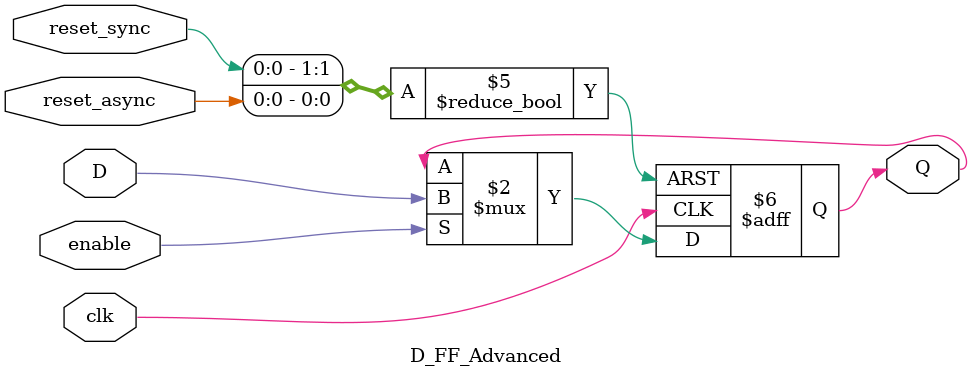
<source format=v>
module D_FF_Advanced (
    input wire D,         // Entrada de datos
    input wire clk,       // Reloj
    input wire reset_async,  // Reset asincrónico
    input wire reset_sync,   // Reset síncrono
    input wire enable,    // Señal de habilitación
    output reg Q         // Salida Q
);

    always @(posedge clk or posedge reset_async or posedge reset_sync) begin
        if (reset_async) begin
            Q <= 1'b0;  // Reset asincrónico, establece Q a 0
        end else if (reset_sync) begin
            Q <= 1'b0;  // Reset síncrono, establece Q a 0 en el flanco de subida del reloj
        end else if (enable) begin
            Q <= D;     // Almacena el valor de D en el flanco de subida del reloj si la señal de habilitación está activa
        end
    end

endmodule

</source>
